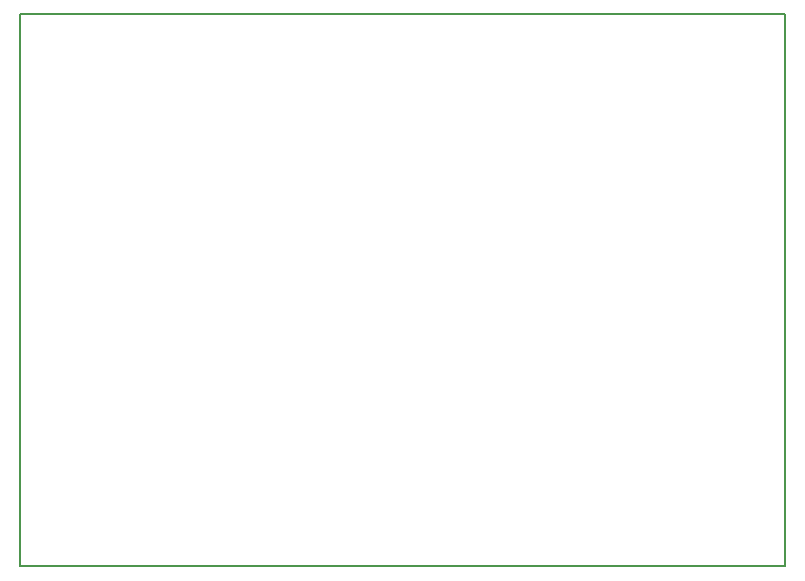
<source format=gbr>
G04 #@! TF.FileFunction,Profile,NP*
%FSLAX46Y46*%
G04 Gerber Fmt 4.6, Leading zero omitted, Abs format (unit mm)*
G04 Created by KiCad (PCBNEW 4.0.7) date 03/03/18 20:10:21*
%MOMM*%
%LPD*%
G01*
G04 APERTURE LIST*
%ADD10C,0.100000*%
%ADD11C,0.150000*%
G04 APERTURE END LIST*
D10*
D11*
X64516000Y46736000D02*
X-254000Y46736000D01*
X64516000Y0D02*
X64516000Y46736000D01*
X-254000Y0D02*
X64516000Y0D01*
X-254000Y46736000D02*
X-254000Y0D01*
M02*

</source>
